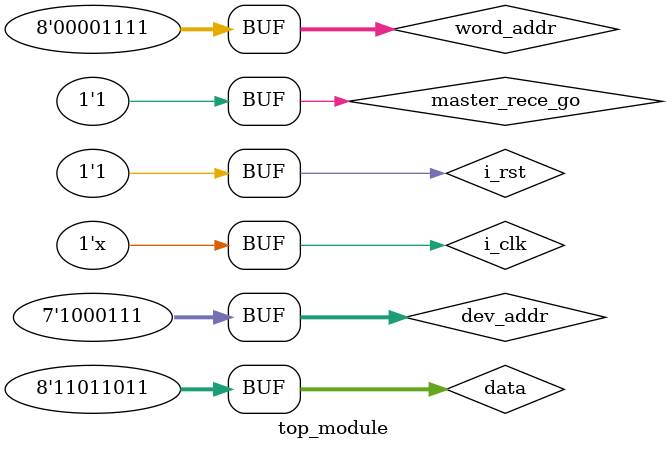
<source format=v>
`timescale 1ns / 1ps


module top_module;
reg i_clk;
reg i_rst;
wire sda;
wire scl;
reg [7 : 0] data;
reg [6 : 0] dev_addr;
reg [7 : 0] word_addr;
reg master_rece_go;

initial
  begin
    i_clk <= 0;
    i_rst <= 1;
    #2 i_rst = 0;
    #2 i_rst = 1;
  end
    
    always #1 i_clk = ~i_clk;// generate clock
    
  initial
    begin
      data = 8'b11011011;
      dev_addr = 7'b1000111;
      word_addr = 8'b00001111;
      master_rece_go = 1'b1;
    end
    
    
EEPROM_wr EEPROM_wr1(
.scl(scl),
.sda(sda)
);

master_rece master_rece1(
.i_clk(i_clk),
.i_rst(i_rst),
.sda(sda),
.scl(scl),
.data(data),
.dev_addr(dev_addr),
.word_addr(word_addr),
.master_rece_go(master_rece_go)
);



endmodule

</source>
